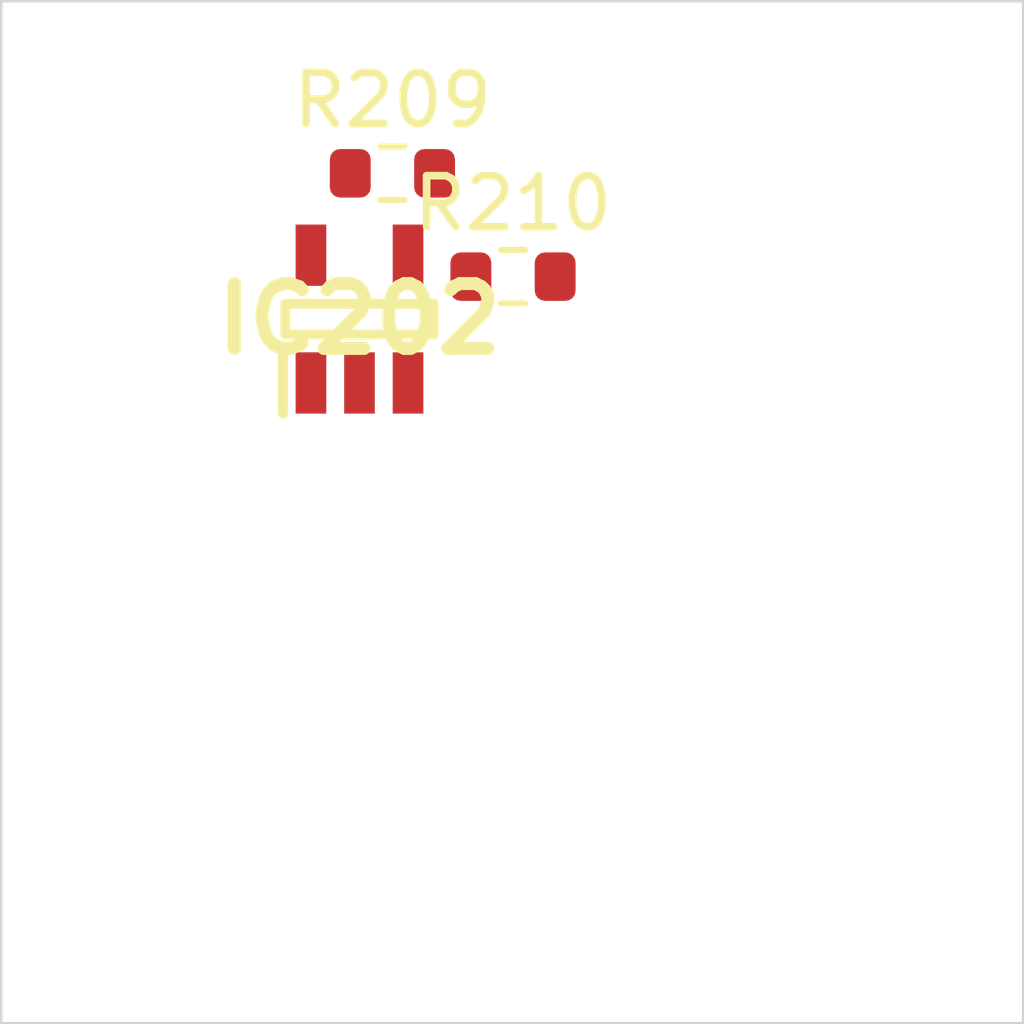
<source format=kicad_pcb>
 ( kicad_pcb  ( version 20171130 )
 ( host pcbnew 5.1.12-84ad8e8a86~92~ubuntu18.04.1 )
 ( general  ( thickness 1.6 )
 ( drawings 4 )
 ( tracks 0 )
 ( zones 0 )
 ( modules 3 )
 ( nets 5 )
)
 ( page A4 )
 ( layers  ( 0 F.Cu signal )
 ( 31 B.Cu signal )
 ( 32 B.Adhes user )
 ( 33 F.Adhes user )
 ( 34 B.Paste user )
 ( 35 F.Paste user )
 ( 36 B.SilkS user )
 ( 37 F.SilkS user )
 ( 38 B.Mask user )
 ( 39 F.Mask user )
 ( 40 Dwgs.User user )
 ( 41 Cmts.User user )
 ( 42 Eco1.User user )
 ( 43 Eco2.User user )
 ( 44 Edge.Cuts user )
 ( 45 Margin user )
 ( 46 B.CrtYd user )
 ( 47 F.CrtYd user )
 ( 48 B.Fab user )
 ( 49 F.Fab user )
)
 ( setup  ( last_trace_width 0.25 )
 ( trace_clearance 0.2 )
 ( zone_clearance 0.508 )
 ( zone_45_only no )
 ( trace_min 0.2 )
 ( via_size 0.8 )
 ( via_drill 0.4 )
 ( via_min_size 0.4 )
 ( via_min_drill 0.3 )
 ( uvia_size 0.3 )
 ( uvia_drill 0.1 )
 ( uvias_allowed no )
 ( uvia_min_size 0.2 )
 ( uvia_min_drill 0.1 )
 ( edge_width 0.05 )
 ( segment_width 0.2 )
 ( pcb_text_width 0.3 )
 ( pcb_text_size 1.5 1.5 )
 ( mod_edge_width 0.12 )
 ( mod_text_size 1 1 )
 ( mod_text_width 0.15 )
 ( pad_size 1.524 1.524 )
 ( pad_drill 0.762 )
 ( pad_to_mask_clearance 0 )
 ( aux_axis_origin 0 0 )
 ( visible_elements FFFFFF7F )
 ( pcbplotparams  ( layerselection 0x010fc_ffffffff )
 ( usegerberextensions false )
 ( usegerberattributes true )
 ( usegerberadvancedattributes true )
 ( creategerberjobfile true )
 ( excludeedgelayer true )
 ( linewidth 0.100000 )
 ( plotframeref false )
 ( viasonmask false )
 ( mode 1 )
 ( useauxorigin false )
 ( hpglpennumber 1 )
 ( hpglpenspeed 20 )
 ( hpglpendiameter 15.000000 )
 ( psnegative false )
 ( psa4output false )
 ( plotreference true )
 ( plotvalue true )
 ( plotinvisibletext false )
 ( padsonsilk false )
 ( subtractmaskfromsilk false )
 ( outputformat 1 )
 ( mirror false )
 ( drillshape 1 )
 ( scaleselection 1 )
 ( outputdirectory "" )
)
)
 ( net 0 "" )
 ( net 1 GND )
 ( net 2 VDDA )
 ( net 3 /Sheet6235D886/vp )
 ( net 4 "Net-(IC202-Pad3)" )
 ( net_class Default "This is the default net class."  ( clearance 0.2 )
 ( trace_width 0.25 )
 ( via_dia 0.8 )
 ( via_drill 0.4 )
 ( uvia_dia 0.3 )
 ( uvia_drill 0.1 )
 ( add_net /Sheet6235D886/vp )
 ( add_net GND )
 ( add_net "Net-(IC202-Pad3)" )
 ( add_net VDDA )
)
 ( module SOT95P280X145-5N locked  ( layer F.Cu )
 ( tedit 62336ED7 )
 ( tstamp 623423ED )
 ( at 87.010600 106.220000 90.000000 )
 ( descr DBV0005A )
 ( tags "Integrated Circuit" )
 ( path /6235D887/6266C08E )
 ( attr smd )
 ( fp_text reference IC202  ( at 0 0 )
 ( layer F.SilkS )
 ( effects  ( font  ( size 1.27 1.27 )
 ( thickness 0.254 )
)
)
)
 ( fp_text value TL071HIDBVR  ( at 0 0 )
 ( layer F.SilkS )
hide  ( effects  ( font  ( size 1.27 1.27 )
 ( thickness 0.254 )
)
)
)
 ( fp_line  ( start -1.85 -1.5 )
 ( end -0.65 -1.5 )
 ( layer F.SilkS )
 ( width 0.2 )
)
 ( fp_line  ( start -0.3 1.45 )
 ( end -0.3 -1.45 )
 ( layer F.SilkS )
 ( width 0.2 )
)
 ( fp_line  ( start 0.3 1.45 )
 ( end -0.3 1.45 )
 ( layer F.SilkS )
 ( width 0.2 )
)
 ( fp_line  ( start 0.3 -1.45 )
 ( end 0.3 1.45 )
 ( layer F.SilkS )
 ( width 0.2 )
)
 ( fp_line  ( start -0.3 -1.45 )
 ( end 0.3 -1.45 )
 ( layer F.SilkS )
 ( width 0.2 )
)
 ( fp_line  ( start -0.8 -0.5 )
 ( end 0.15 -1.45 )
 ( layer Dwgs.User )
 ( width 0.1 )
)
 ( fp_line  ( start -0.8 1.45 )
 ( end -0.8 -1.45 )
 ( layer Dwgs.User )
 ( width 0.1 )
)
 ( fp_line  ( start 0.8 1.45 )
 ( end -0.8 1.45 )
 ( layer Dwgs.User )
 ( width 0.1 )
)
 ( fp_line  ( start 0.8 -1.45 )
 ( end 0.8 1.45 )
 ( layer Dwgs.User )
 ( width 0.1 )
)
 ( fp_line  ( start -0.8 -1.45 )
 ( end 0.8 -1.45 )
 ( layer Dwgs.User )
 ( width 0.1 )
)
 ( fp_line  ( start -2.1 1.775 )
 ( end -2.1 -1.775 )
 ( layer Dwgs.User )
 ( width 0.05 )
)
 ( fp_line  ( start 2.1 1.775 )
 ( end -2.1 1.775 )
 ( layer Dwgs.User )
 ( width 0.05 )
)
 ( fp_line  ( start 2.1 -1.775 )
 ( end 2.1 1.775 )
 ( layer Dwgs.User )
 ( width 0.05 )
)
 ( fp_line  ( start -2.1 -1.775 )
 ( end 2.1 -1.775 )
 ( layer Dwgs.User )
 ( width 0.05 )
)
 ( pad 1 smd rect  ( at -1.25 -0.95 180.000000 )
 ( size 0.6 1.2 )
 ( layers F.Cu F.Mask F.Paste )
 ( net 3 /Sheet6235D886/vp )
)
 ( pad 2 smd rect  ( at -1.25 0 180.000000 )
 ( size 0.6 1.2 )
 ( layers F.Cu F.Mask F.Paste )
 ( net 1 GND )
)
 ( pad 3 smd rect  ( at -1.25 0.95 180.000000 )
 ( size 0.6 1.2 )
 ( layers F.Cu F.Mask F.Paste )
 ( net 4 "Net-(IC202-Pad3)" )
)
 ( pad 4 smd rect  ( at 1.25 0.95 180.000000 )
 ( size 0.6 1.2 )
 ( layers F.Cu F.Mask F.Paste )
 ( net 3 /Sheet6235D886/vp )
)
 ( pad 5 smd rect  ( at 1.25 -0.95 180.000000 )
 ( size 0.6 1.2 )
 ( layers F.Cu F.Mask F.Paste )
 ( net 2 VDDA )
)
)
 ( module Resistor_SMD:R_0603_1608Metric  ( layer F.Cu )
 ( tedit 5F68FEEE )
 ( tstamp 62342595 )
 ( at 87.655100 103.367000 )
 ( descr "Resistor SMD 0603 (1608 Metric), square (rectangular) end terminal, IPC_7351 nominal, (Body size source: IPC-SM-782 page 72, https://www.pcb-3d.com/wordpress/wp-content/uploads/ipc-sm-782a_amendment_1_and_2.pdf), generated with kicad-footprint-generator" )
 ( tags resistor )
 ( path /6235D887/623CDBD9 )
 ( attr smd )
 ( fp_text reference R209  ( at 0 -1.43 )
 ( layer F.SilkS )
 ( effects  ( font  ( size 1 1 )
 ( thickness 0.15 )
)
)
)
 ( fp_text value 100k  ( at 0 1.43 )
 ( layer F.Fab )
 ( effects  ( font  ( size 1 1 )
 ( thickness 0.15 )
)
)
)
 ( fp_line  ( start -0.8 0.4125 )
 ( end -0.8 -0.4125 )
 ( layer F.Fab )
 ( width 0.1 )
)
 ( fp_line  ( start -0.8 -0.4125 )
 ( end 0.8 -0.4125 )
 ( layer F.Fab )
 ( width 0.1 )
)
 ( fp_line  ( start 0.8 -0.4125 )
 ( end 0.8 0.4125 )
 ( layer F.Fab )
 ( width 0.1 )
)
 ( fp_line  ( start 0.8 0.4125 )
 ( end -0.8 0.4125 )
 ( layer F.Fab )
 ( width 0.1 )
)
 ( fp_line  ( start -0.237258 -0.5225 )
 ( end 0.237258 -0.5225 )
 ( layer F.SilkS )
 ( width 0.12 )
)
 ( fp_line  ( start -0.237258 0.5225 )
 ( end 0.237258 0.5225 )
 ( layer F.SilkS )
 ( width 0.12 )
)
 ( fp_line  ( start -1.48 0.73 )
 ( end -1.48 -0.73 )
 ( layer F.CrtYd )
 ( width 0.05 )
)
 ( fp_line  ( start -1.48 -0.73 )
 ( end 1.48 -0.73 )
 ( layer F.CrtYd )
 ( width 0.05 )
)
 ( fp_line  ( start 1.48 -0.73 )
 ( end 1.48 0.73 )
 ( layer F.CrtYd )
 ( width 0.05 )
)
 ( fp_line  ( start 1.48 0.73 )
 ( end -1.48 0.73 )
 ( layer F.CrtYd )
 ( width 0.05 )
)
 ( fp_text user %R  ( at 0 0 )
 ( layer F.Fab )
 ( effects  ( font  ( size 0.4 0.4 )
 ( thickness 0.06 )
)
)
)
 ( pad 1 smd roundrect  ( at -0.825 0 )
 ( size 0.8 0.95 )
 ( layers F.Cu F.Mask F.Paste )
 ( roundrect_rratio 0.25 )
 ( net 2 VDDA )
)
 ( pad 2 smd roundrect  ( at 0.825 0 )
 ( size 0.8 0.95 )
 ( layers F.Cu F.Mask F.Paste )
 ( roundrect_rratio 0.25 )
 ( net 4 "Net-(IC202-Pad3)" )
)
 ( model ${KISYS3DMOD}/Resistor_SMD.3dshapes/R_0603_1608Metric.wrl  ( at  ( xyz 0 0 0 )
)
 ( scale  ( xyz 1 1 1 )
)
 ( rotate  ( xyz 0 0 0 )
)
)
)
 ( module Resistor_SMD:R_0603_1608Metric  ( layer F.Cu )
 ( tedit 5F68FEEE )
 ( tstamp 623425A6 )
 ( at 90.015200 105.389000 )
 ( descr "Resistor SMD 0603 (1608 Metric), square (rectangular) end terminal, IPC_7351 nominal, (Body size source: IPC-SM-782 page 72, https://www.pcb-3d.com/wordpress/wp-content/uploads/ipc-sm-782a_amendment_1_and_2.pdf), generated with kicad-footprint-generator" )
 ( tags resistor )
 ( path /6235D887/623CDBDF )
 ( attr smd )
 ( fp_text reference R210  ( at 0 -1.43 )
 ( layer F.SilkS )
 ( effects  ( font  ( size 1 1 )
 ( thickness 0.15 )
)
)
)
 ( fp_text value 100k  ( at 0 1.43 )
 ( layer F.Fab )
 ( effects  ( font  ( size 1 1 )
 ( thickness 0.15 )
)
)
)
 ( fp_line  ( start 1.48 0.73 )
 ( end -1.48 0.73 )
 ( layer F.CrtYd )
 ( width 0.05 )
)
 ( fp_line  ( start 1.48 -0.73 )
 ( end 1.48 0.73 )
 ( layer F.CrtYd )
 ( width 0.05 )
)
 ( fp_line  ( start -1.48 -0.73 )
 ( end 1.48 -0.73 )
 ( layer F.CrtYd )
 ( width 0.05 )
)
 ( fp_line  ( start -1.48 0.73 )
 ( end -1.48 -0.73 )
 ( layer F.CrtYd )
 ( width 0.05 )
)
 ( fp_line  ( start -0.237258 0.5225 )
 ( end 0.237258 0.5225 )
 ( layer F.SilkS )
 ( width 0.12 )
)
 ( fp_line  ( start -0.237258 -0.5225 )
 ( end 0.237258 -0.5225 )
 ( layer F.SilkS )
 ( width 0.12 )
)
 ( fp_line  ( start 0.8 0.4125 )
 ( end -0.8 0.4125 )
 ( layer F.Fab )
 ( width 0.1 )
)
 ( fp_line  ( start 0.8 -0.4125 )
 ( end 0.8 0.4125 )
 ( layer F.Fab )
 ( width 0.1 )
)
 ( fp_line  ( start -0.8 -0.4125 )
 ( end 0.8 -0.4125 )
 ( layer F.Fab )
 ( width 0.1 )
)
 ( fp_line  ( start -0.8 0.4125 )
 ( end -0.8 -0.4125 )
 ( layer F.Fab )
 ( width 0.1 )
)
 ( fp_text user %R  ( at 0 0 )
 ( layer F.Fab )
 ( effects  ( font  ( size 0.4 0.4 )
 ( thickness 0.06 )
)
)
)
 ( pad 2 smd roundrect  ( at 0.825 0 )
 ( size 0.8 0.95 )
 ( layers F.Cu F.Mask F.Paste )
 ( roundrect_rratio 0.25 )
 ( net 1 GND )
)
 ( pad 1 smd roundrect  ( at -0.825 0 )
 ( size 0.8 0.95 )
 ( layers F.Cu F.Mask F.Paste )
 ( roundrect_rratio 0.25 )
 ( net 4 "Net-(IC202-Pad3)" )
)
 ( model ${KISYS3DMOD}/Resistor_SMD.3dshapes/R_0603_1608Metric.wrl  ( at  ( xyz 0 0 0 )
)
 ( scale  ( xyz 1 1 1 )
)
 ( rotate  ( xyz 0 0 0 )
)
)
)
 ( gr_line  ( start 100 100 )
 ( end 100 120 )
 ( layer Edge.Cuts )
 ( width 0.05 )
 ( tstamp 62E770C4 )
)
 ( gr_line  ( start 80 120 )
 ( end 100 120 )
 ( layer Edge.Cuts )
 ( width 0.05 )
 ( tstamp 62E770C0 )
)
 ( gr_line  ( start 80 100 )
 ( end 100 100 )
 ( layer Edge.Cuts )
 ( width 0.05 )
 ( tstamp 6234110C )
)
 ( gr_line  ( start 80 100 )
 ( end 80 120 )
 ( layer Edge.Cuts )
 ( width 0.05 )
)
)

</source>
